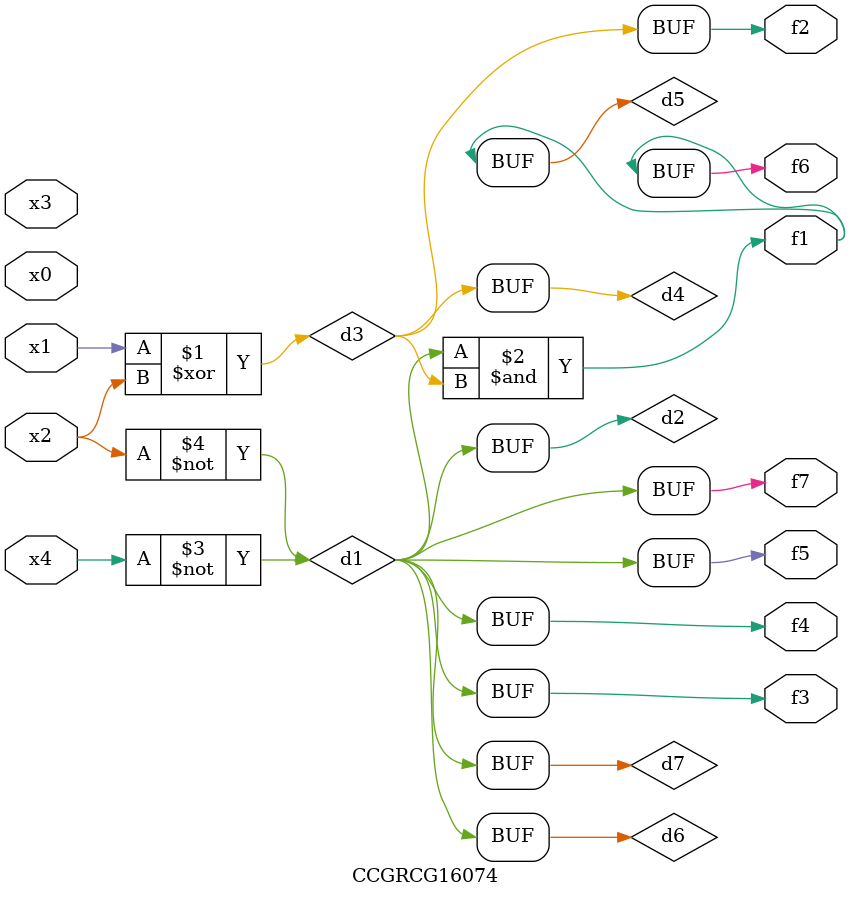
<source format=v>
module CCGRCG16074(
	input x0, x1, x2, x3, x4,
	output f1, f2, f3, f4, f5, f6, f7
);

	wire d1, d2, d3, d4, d5, d6, d7;

	not (d1, x4);
	not (d2, x2);
	xor (d3, x1, x2);
	buf (d4, d3);
	and (d5, d1, d3);
	buf (d6, d1, d2);
	buf (d7, d2);
	assign f1 = d5;
	assign f2 = d4;
	assign f3 = d7;
	assign f4 = d7;
	assign f5 = d7;
	assign f6 = d5;
	assign f7 = d7;
endmodule

</source>
